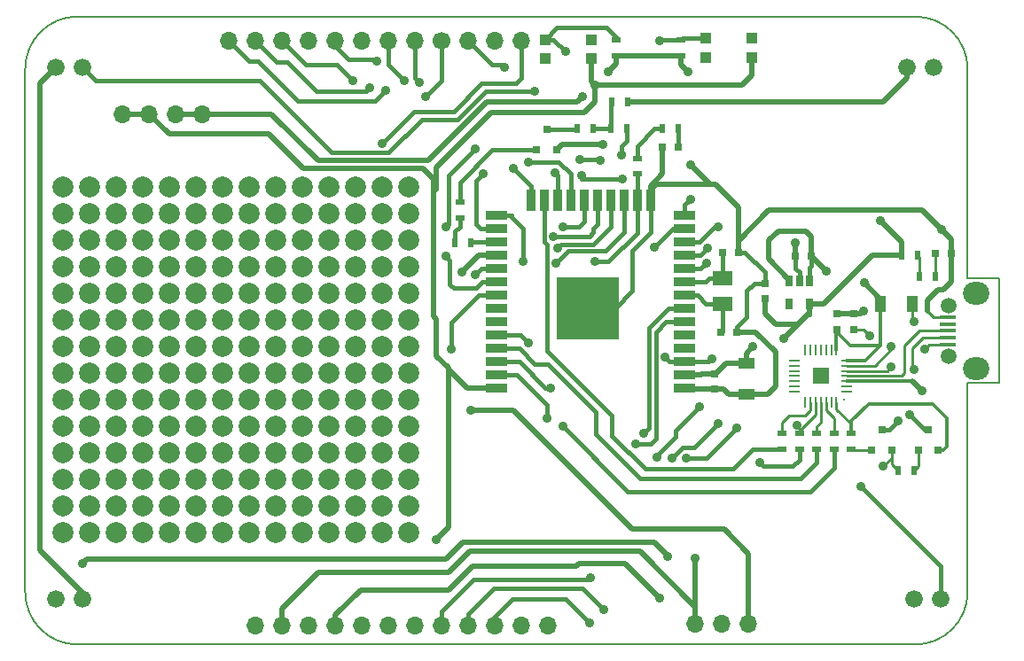
<source format=gbr>
G04 #@! TF.FileFunction,Copper,L1,Top,Signal*
%FSLAX46Y46*%
G04 Gerber Fmt 4.6, Leading zero omitted, Abs format (unit mm)*
G04 Created by KiCad (PCBNEW 4.0.7) date 09/21/17 19:05:52*
%MOMM*%
%LPD*%
G01*
G04 APERTURE LIST*
%ADD10C,0.100000*%
%ADD11C,0.150000*%
%ADD12O,1.700000X1.700000*%
%ADD13C,1.700000*%
%ADD14R,0.797560X0.797560*%
%ADD15R,1.600000X1.000000*%
%ADD16R,0.750000X0.800000*%
%ADD17R,0.800000X0.750000*%
%ADD18R,1.600000X0.400000*%
%ADD19C,1.500000*%
%ADD20O,2.500000X2.200000*%
%ADD21C,1.676400*%
%ADD22R,2.000000X0.900000*%
%ADD23R,0.900000X2.000000*%
%ADD24R,6.000000X6.000000*%
%ADD25R,0.900000X0.500000*%
%ADD26R,0.500000X0.900000*%
%ADD27R,1.000760X1.000760*%
%ADD28R,0.650000X1.060000*%
%ADD29R,1.900000X1.400000*%
%ADD30R,0.800100X0.800100*%
%ADD31C,2.000000*%
%ADD32R,1.000000X1.600000*%
%ADD33R,1.000760X0.231140*%
%ADD34R,0.231140X1.000760*%
%ADD35R,1.501140X1.501140*%
%ADD36C,0.299720*%
%ADD37C,0.910000*%
%ADD38C,0.508000*%
%ADD39C,0.381000*%
%ADD40C,0.250000*%
%ADD41C,0.304800*%
G04 APERTURE END LIST*
D10*
D11*
X65000000Y-112500000D02*
X65000000Y-82500000D01*
X155000000Y-77500000D02*
X155000000Y-87500000D01*
X65000000Y-122500000D02*
X65000000Y-112500000D01*
X65000000Y-72500000D02*
X65000000Y-82500000D01*
X158000000Y-102500000D02*
X155000000Y-102500000D01*
X158000000Y-92500000D02*
X158000000Y-102500000D01*
X155000000Y-92500000D02*
X158000000Y-92500000D01*
X150000000Y-67500000D02*
X70000000Y-67500000D01*
X155000000Y-77500000D02*
X155000000Y-72500000D01*
X155000000Y-122500000D02*
X155000000Y-102500000D01*
X70000000Y-127500000D02*
X150000000Y-127500000D01*
X155000000Y-72500000D02*
G75*
G03X150000000Y-67500000I-5000000J0D01*
G01*
X150000000Y-127500000D02*
G75*
G03X155000000Y-122500000I0J5000000D01*
G01*
X65000000Y-122500000D02*
G75*
G03X70000000Y-127500000I5000000J0D01*
G01*
X70000000Y-67500000D02*
G75*
G03X65000000Y-72500000I0J-5000000D01*
G01*
X155000000Y-92500000D02*
X155000000Y-87500000D01*
D12*
X79375000Y-76835000D03*
X81915000Y-76835000D03*
X86995000Y-125730000D03*
X89535000Y-125730000D03*
X74295000Y-76835000D03*
X76835000Y-76835000D03*
X92075000Y-125730000D03*
X94615000Y-125730000D03*
X99695000Y-69850000D03*
X102235000Y-69850000D03*
X97155000Y-69850000D03*
X94615000Y-69850000D03*
X92075000Y-69850000D03*
X89535000Y-69850000D03*
X86995000Y-69850000D03*
X84455000Y-69850000D03*
D13*
X104775000Y-69850000D03*
D12*
X112395000Y-69850000D03*
X109855000Y-69850000D03*
X107315000Y-69850000D03*
X102235000Y-125730000D03*
X99695000Y-125730000D03*
X97155000Y-125730000D03*
X109855000Y-125730000D03*
X107315000Y-125730000D03*
X104775000Y-125730000D03*
X114935000Y-125730000D03*
X112395000Y-125730000D03*
X129000000Y-125500000D03*
X131540000Y-125500000D03*
X134080000Y-125500000D03*
D14*
X125869700Y-80010000D03*
X127368300Y-80010000D03*
X153403300Y-90170000D03*
X151904700Y-90170000D03*
D15*
X133858000Y-100608000D03*
X133858000Y-103608000D03*
D16*
X130810000Y-101612000D03*
X130810000Y-103112000D03*
D17*
X140069000Y-90424000D03*
X138569000Y-90424000D03*
X131457000Y-97663000D03*
X132957000Y-97663000D03*
X131584000Y-90043000D03*
X133084000Y-90043000D03*
D16*
X135636000Y-94476000D03*
X135636000Y-92976000D03*
X144145000Y-97397000D03*
X144145000Y-95897000D03*
D18*
X153062000Y-98836000D03*
X153062000Y-98186000D03*
X153062000Y-97536000D03*
X153062000Y-96886000D03*
X153062000Y-96236000D03*
D19*
X153162000Y-99961000D03*
D20*
X155812000Y-101161000D03*
D19*
X153162000Y-95111000D03*
D20*
X155812000Y-93911000D03*
D21*
X67945000Y-72390000D03*
X70485000Y-72390000D03*
X70485000Y-123190000D03*
X67945000Y-123190000D03*
X151765000Y-72390000D03*
X149225000Y-72390000D03*
X149860000Y-123190000D03*
X152400000Y-123190000D03*
D22*
X127999000Y-103040000D03*
X127999000Y-101770000D03*
X127999000Y-100500000D03*
X127999000Y-99230000D03*
X127999000Y-97960000D03*
X127999000Y-96690000D03*
X127999000Y-95420000D03*
X127999000Y-94150000D03*
X127999000Y-92880000D03*
X127999000Y-91610000D03*
X127999000Y-90340000D03*
X127999000Y-89070000D03*
X127999000Y-87800000D03*
X127999000Y-86530000D03*
X109999000Y-103040000D03*
X109999000Y-86530000D03*
X109999000Y-87800000D03*
X109999000Y-89070000D03*
X109999000Y-90340000D03*
X109999000Y-91610000D03*
X109999000Y-92880000D03*
X109999000Y-94150000D03*
X109999000Y-95420000D03*
X109999000Y-96690000D03*
X109999000Y-97960000D03*
X109999000Y-99230000D03*
X109999000Y-100500000D03*
X109999000Y-101770000D03*
D23*
X124714000Y-85040000D03*
X123429000Y-85040000D03*
X122174000Y-85040000D03*
X120904000Y-85040000D03*
X119634000Y-85040000D03*
X118364000Y-85040000D03*
X117094000Y-85040000D03*
X115824000Y-85040000D03*
X114554000Y-85040000D03*
X113284000Y-85040000D03*
D24*
X118699000Y-95340000D03*
D25*
X127635000Y-71235000D03*
X127635000Y-69735000D03*
D26*
X127369000Y-78232000D03*
X125869000Y-78232000D03*
D25*
X123444000Y-82538000D03*
X123444000Y-81038000D03*
D26*
X150229000Y-90297000D03*
X148729000Y-90297000D03*
X151880000Y-92329000D03*
X150380000Y-92329000D03*
D25*
X121412000Y-71235000D03*
X121412000Y-69735000D03*
D26*
X107557000Y-89154000D03*
X106057000Y-89154000D03*
D25*
X106500000Y-86750000D03*
X106500000Y-85250000D03*
X143891000Y-108827000D03*
X143891000Y-107327000D03*
D26*
X149848000Y-110871000D03*
X148348000Y-110871000D03*
X121043000Y-75692000D03*
X122543000Y-75692000D03*
X120916000Y-78232000D03*
X122416000Y-78232000D03*
X117741000Y-78232000D03*
X119241000Y-78232000D03*
D27*
X130007000Y-69585000D03*
X134407000Y-71385000D03*
X130007000Y-71385000D03*
X134407000Y-69585000D03*
X114640000Y-69712000D03*
X119040000Y-71512000D03*
X114640000Y-71512000D03*
X119040000Y-69712000D03*
D28*
X139888000Y-92753000D03*
X138938000Y-92753000D03*
X137988000Y-92753000D03*
X137988000Y-94953000D03*
X139888000Y-94953000D03*
D29*
X131572000Y-94926000D03*
X131572000Y-92526000D03*
D30*
X113858000Y-80248760D03*
X115758000Y-80248760D03*
X114808000Y-78249780D03*
X145862000Y-108950760D03*
X147762000Y-108950760D03*
X146812000Y-106951780D03*
X150307000Y-108950760D03*
X152207000Y-108950760D03*
X151257000Y-106951780D03*
D31*
X68580000Y-83820000D03*
X68580000Y-86360000D03*
X68580000Y-88900000D03*
X68580000Y-91440000D03*
X68580000Y-93980000D03*
X68580000Y-96520000D03*
X68580000Y-99060000D03*
X68580000Y-101600000D03*
X68580000Y-104140000D03*
X68580000Y-106680000D03*
X68580000Y-109220000D03*
X68580000Y-111760000D03*
X68580000Y-114300000D03*
X68580000Y-116840000D03*
X71120000Y-83820000D03*
X71120000Y-86360000D03*
X71120000Y-88900000D03*
X71120000Y-91440000D03*
X71120000Y-93980000D03*
X71120000Y-96520000D03*
X71120000Y-99060000D03*
X71120000Y-101600000D03*
X71120000Y-104140000D03*
X71120000Y-106680000D03*
X71120000Y-109220000D03*
X71120000Y-111760000D03*
X71120000Y-114300000D03*
X71120000Y-116840000D03*
X73660000Y-83820000D03*
X73660000Y-86360000D03*
X73660000Y-88900000D03*
X73660000Y-91440000D03*
X73660000Y-93980000D03*
X73660000Y-96520000D03*
X73660000Y-99060000D03*
X73660000Y-101600000D03*
X73660000Y-104140000D03*
X73660000Y-106680000D03*
X73660000Y-109220000D03*
X73660000Y-111760000D03*
X73660000Y-114300000D03*
X73660000Y-116840000D03*
X78740000Y-83820000D03*
X78740000Y-86360000D03*
X78740000Y-88900000D03*
X78740000Y-91440000D03*
X78740000Y-93980000D03*
X78740000Y-96520000D03*
X78740000Y-99060000D03*
X78740000Y-101600000D03*
X78740000Y-104140000D03*
X78740000Y-106680000D03*
X78740000Y-109220000D03*
X78740000Y-111760000D03*
X78740000Y-114300000D03*
X78740000Y-116840000D03*
X96520000Y-83820000D03*
X96520000Y-86360000D03*
X96520000Y-88900000D03*
X96520000Y-91440000D03*
X96520000Y-93980000D03*
X96520000Y-96520000D03*
X96520000Y-99060000D03*
X96520000Y-101600000D03*
X96520000Y-104140000D03*
X96520000Y-106680000D03*
X96520000Y-109220000D03*
X96520000Y-111760000D03*
X96520000Y-114300000D03*
X96520000Y-116840000D03*
X99060000Y-83820000D03*
X99060000Y-86360000D03*
X99060000Y-88900000D03*
X99060000Y-91440000D03*
X99060000Y-93980000D03*
X99060000Y-96520000D03*
X99060000Y-99060000D03*
X99060000Y-101600000D03*
X99060000Y-104140000D03*
X99060000Y-106680000D03*
X99060000Y-109220000D03*
X99060000Y-111760000D03*
X99060000Y-114300000D03*
X99060000Y-116840000D03*
X101600000Y-83820000D03*
X101600000Y-86360000D03*
X101600000Y-88900000D03*
X101600000Y-91440000D03*
X101600000Y-93980000D03*
X101600000Y-96520000D03*
X101600000Y-99060000D03*
X101600000Y-101600000D03*
X101600000Y-104140000D03*
X101600000Y-106680000D03*
X101600000Y-109220000D03*
X101600000Y-111760000D03*
X101600000Y-114300000D03*
X101600000Y-116840000D03*
X88900000Y-83820000D03*
X88900000Y-86360000D03*
X88900000Y-88900000D03*
X88900000Y-91440000D03*
X88900000Y-93980000D03*
X88900000Y-96520000D03*
X88900000Y-99060000D03*
X88900000Y-101600000D03*
X88900000Y-104140000D03*
X88900000Y-106680000D03*
X88900000Y-109220000D03*
X88900000Y-111760000D03*
X88900000Y-114300000D03*
X88900000Y-116840000D03*
X91440000Y-83820000D03*
X91440000Y-86360000D03*
X91440000Y-88900000D03*
X91440000Y-91440000D03*
X91440000Y-93980000D03*
X91440000Y-96520000D03*
X91440000Y-99060000D03*
X91440000Y-101600000D03*
X91440000Y-104140000D03*
X91440000Y-106680000D03*
X91440000Y-109220000D03*
X91440000Y-111760000D03*
X91440000Y-114300000D03*
X91440000Y-116840000D03*
X76200000Y-83820000D03*
X76200000Y-86360000D03*
X76200000Y-88900000D03*
X76200000Y-91440000D03*
X76200000Y-93980000D03*
X76200000Y-96520000D03*
X76200000Y-99060000D03*
X76200000Y-101600000D03*
X76200000Y-104140000D03*
X76200000Y-106680000D03*
X76200000Y-109220000D03*
X76200000Y-111760000D03*
X76200000Y-114300000D03*
X76200000Y-116840000D03*
X93980000Y-83820000D03*
X93980000Y-86360000D03*
X93980000Y-88900000D03*
X93980000Y-91440000D03*
X93980000Y-93980000D03*
X93980000Y-96520000D03*
X93980000Y-99060000D03*
X93980000Y-101600000D03*
X93980000Y-104140000D03*
X93980000Y-106680000D03*
X93980000Y-109220000D03*
X93980000Y-111760000D03*
X93980000Y-114300000D03*
X93980000Y-116840000D03*
X81280000Y-83820000D03*
X81280000Y-86360000D03*
X81280000Y-88900000D03*
X81280000Y-91440000D03*
X81280000Y-93980000D03*
X81280000Y-96520000D03*
X81280000Y-99060000D03*
X81280000Y-101600000D03*
X81280000Y-104140000D03*
X81280000Y-106680000D03*
X81280000Y-109220000D03*
X81280000Y-111760000D03*
X81280000Y-114300000D03*
X81280000Y-116840000D03*
X83820000Y-83820000D03*
X83820000Y-86360000D03*
X83820000Y-88900000D03*
X83820000Y-91440000D03*
X83820000Y-93980000D03*
X83820000Y-96520000D03*
X83820000Y-99060000D03*
X83820000Y-101600000D03*
X83820000Y-104140000D03*
X83820000Y-106680000D03*
X83820000Y-109220000D03*
X83820000Y-111760000D03*
X83820000Y-114300000D03*
X83820000Y-116840000D03*
X86360000Y-83820000D03*
X86360000Y-86360000D03*
X86360000Y-88900000D03*
X86360000Y-91440000D03*
X86360000Y-93980000D03*
X86360000Y-96520000D03*
X86360000Y-99060000D03*
X86360000Y-101600000D03*
X86360000Y-104140000D03*
X86360000Y-106680000D03*
X86360000Y-109220000D03*
X86360000Y-111760000D03*
X86360000Y-114300000D03*
X86360000Y-116840000D03*
D16*
X142494000Y-95897000D03*
X142494000Y-97397000D03*
D32*
X146709000Y-94996000D03*
X149709000Y-94996000D03*
D25*
X137287000Y-108827000D03*
X137287000Y-107327000D03*
X138938000Y-108827000D03*
X138938000Y-107327000D03*
X140589000Y-108827000D03*
X140589000Y-107327000D03*
X142240000Y-108827000D03*
X142240000Y-107327000D03*
D33*
X143469360Y-100352860D03*
X143469360Y-100853240D03*
X143469360Y-101353620D03*
X143469360Y-101854000D03*
X143469360Y-102354380D03*
X143469360Y-102854760D03*
X143469360Y-103355140D03*
D34*
X142471140Y-104353360D03*
X141970760Y-104353360D03*
X141470380Y-104353360D03*
X140970000Y-104353360D03*
X140469620Y-104353360D03*
X139969240Y-104353360D03*
X139468860Y-104353360D03*
D33*
X138470640Y-103355140D03*
X138470640Y-102854760D03*
X138470640Y-102354380D03*
X138470640Y-101854000D03*
X138470640Y-101353620D03*
X138470640Y-100853240D03*
X138470640Y-100352860D03*
D34*
X139468860Y-99354640D03*
X139969240Y-99354640D03*
X140469620Y-99354640D03*
X140970000Y-99354640D03*
X141470380Y-99354640D03*
X141970760Y-99354640D03*
X142471140Y-99354640D03*
D35*
X140970000Y-101854000D03*
D36*
X143220440Y-104104440D03*
D37*
X120650000Y-72771000D03*
X118237000Y-75184000D03*
X134493000Y-99060000D03*
X137414000Y-98298000D03*
X128270000Y-72771000D03*
X146685000Y-86995000D03*
X125603000Y-123063000D03*
X104267000Y-117475000D03*
X120142000Y-79756000D03*
X128524000Y-81661000D03*
X152527000Y-87884000D03*
X138557000Y-89154000D03*
X145034000Y-95631000D03*
X150622000Y-103251000D03*
X119380000Y-74041000D03*
X129000000Y-119250000D03*
X141478000Y-91821000D03*
X145161000Y-92964000D03*
X150876000Y-99314000D03*
X149860000Y-96647000D03*
X149860000Y-101219000D03*
X147701000Y-100965000D03*
X121920000Y-80772000D03*
X144780000Y-112395000D03*
X70485000Y-119761000D03*
X126365000Y-119126000D03*
X126111000Y-100076000D03*
X130556000Y-100203000D03*
X148336000Y-106172000D03*
X125603000Y-69850000D03*
X112522000Y-90932000D03*
X116586000Y-70866000D03*
X149479000Y-105537000D03*
X107569000Y-105156000D03*
X106680000Y-91948000D03*
X116332000Y-106680000D03*
X113030000Y-98679000D03*
X119380000Y-90932000D03*
X135128000Y-110109000D03*
X138684000Y-106553000D03*
X146939000Y-110490000D03*
X113665000Y-74676000D03*
X147701000Y-99060000D03*
X145669000Y-98044000D03*
X123317000Y-108331000D03*
X124079000Y-107315000D03*
X118999000Y-121158000D03*
X125349000Y-109601000D03*
X129413000Y-104775000D03*
X130048000Y-91059000D03*
X130175000Y-89662000D03*
X120269000Y-124206000D03*
X126746000Y-109728000D03*
X131191000Y-106426000D03*
X131191000Y-87630000D03*
X118872000Y-125476000D03*
X128143000Y-109728000D03*
X132969000Y-106807000D03*
X118110000Y-82677000D03*
X122047000Y-83058000D03*
X125095000Y-89535000D03*
X128524000Y-84963000D03*
X119888000Y-81280000D03*
X110744000Y-72390000D03*
X117983000Y-81153000D03*
X108712000Y-82550000D03*
X101219000Y-73660000D03*
X103251000Y-75184000D03*
X107950000Y-80137000D03*
X105156000Y-87630000D03*
X107950000Y-92202000D03*
X105156000Y-90424000D03*
X99060000Y-79629000D03*
X105664000Y-99314000D03*
X102616000Y-73787000D03*
X111633000Y-82042000D03*
X115189000Y-102997000D03*
X114808000Y-105918000D03*
X115697000Y-91059000D03*
X96266000Y-73660000D03*
X115824000Y-89662000D03*
X97917000Y-74295000D03*
X115443000Y-88519000D03*
X116332000Y-87630000D03*
X99441000Y-74549000D03*
X113030000Y-81407000D03*
X115570000Y-82423000D03*
X98552000Y-71755000D03*
D38*
X130810000Y-101612000D02*
X129655000Y-101612000D01*
X129497000Y-101770000D02*
X127999000Y-101770000D01*
X129655000Y-101612000D02*
X129497000Y-101770000D01*
X81915000Y-76835000D02*
X79375000Y-76835000D01*
X115189000Y-75692000D02*
X109093000Y-75692000D01*
X121412000Y-72009000D02*
X120650000Y-72771000D01*
X118237000Y-75184000D02*
X117729000Y-75692000D01*
X117729000Y-75692000D02*
X115189000Y-75692000D01*
X121412000Y-71235000D02*
X121412000Y-72009000D01*
X88519000Y-76835000D02*
X81915000Y-76835000D01*
X92964000Y-81280000D02*
X88519000Y-76835000D01*
X103505000Y-81280000D02*
X92964000Y-81280000D01*
X109093000Y-75692000D02*
X103505000Y-81280000D01*
X131929000Y-100608000D02*
X133858000Y-100608000D01*
X130925000Y-101612000D02*
X131929000Y-100608000D01*
D39*
X130810000Y-101612000D02*
X130925000Y-101612000D01*
D38*
X139827000Y-95885000D02*
X138811000Y-96901000D01*
D39*
X139888000Y-95824000D02*
X139827000Y-95885000D01*
D38*
X138811000Y-96901000D02*
X136652000Y-96901000D01*
X136652000Y-96901000D02*
X135636000Y-95885000D01*
X135636000Y-95885000D02*
X135636000Y-94476000D01*
X139888000Y-94953000D02*
X139888000Y-95824000D01*
X145923000Y-90297000D02*
X148729000Y-90297000D01*
X141267000Y-94953000D02*
X145923000Y-90297000D01*
X139888000Y-94953000D02*
X141267000Y-94953000D01*
D39*
X139888000Y-95951000D02*
X139827000Y-96012000D01*
X139827000Y-96012000D02*
X139827000Y-95885000D01*
X139888000Y-95824000D02*
X139888000Y-95951000D01*
D38*
X133858000Y-99695000D02*
X134493000Y-99060000D01*
X137414000Y-98298000D02*
X139888000Y-95824000D01*
X133858000Y-100608000D02*
X133858000Y-99695000D01*
X121412000Y-71235000D02*
X127635000Y-71235000D01*
X127635000Y-72136000D02*
X128270000Y-72771000D01*
X146685000Y-86995000D02*
X148729000Y-89039000D01*
X148729000Y-89039000D02*
X148729000Y-90297000D01*
X127635000Y-71235000D02*
X127635000Y-72136000D01*
X108712000Y-120015000D02*
X117602000Y-120015000D01*
X117602000Y-120015000D02*
X117856000Y-119761000D01*
X104013000Y-84582000D02*
X104013000Y-83058000D01*
X104013000Y-83058000D02*
X103759000Y-82804000D01*
X104267000Y-99949000D02*
X104267000Y-96393000D01*
X104013000Y-84201000D02*
X104267000Y-83947000D01*
X104013000Y-96139000D02*
X104013000Y-84582000D01*
X104013000Y-84582000D02*
X104013000Y-84201000D01*
X104267000Y-96393000D02*
X104013000Y-96139000D01*
X130810000Y-103112000D02*
X128071000Y-103112000D01*
X128071000Y-103112000D02*
X127999000Y-103040000D01*
X120142000Y-79756000D02*
X116250760Y-79756000D01*
X116250760Y-79756000D02*
X115758000Y-80248760D01*
X119380000Y-74041000D02*
X119040000Y-73701000D01*
X125603000Y-123063000D02*
X122301000Y-119761000D01*
X122301000Y-119761000D02*
X117856000Y-119761000D01*
X94615000Y-124714000D02*
X94615000Y-125730000D01*
X97028000Y-122301000D02*
X94615000Y-124714000D01*
X105410000Y-122301000D02*
X97028000Y-122301000D01*
X107696000Y-120015000D02*
X105410000Y-122301000D01*
X108712000Y-120015000D02*
X107696000Y-120015000D01*
X105410000Y-110744000D02*
X105410000Y-116332000D01*
X105410000Y-101219000D02*
X105410000Y-110744000D01*
X105410000Y-116332000D02*
X104267000Y-117475000D01*
X76835000Y-76835000D02*
X74295000Y-76835000D01*
D39*
X104267000Y-83947000D02*
X104267000Y-83312000D01*
D38*
X104267000Y-83312000D02*
X103759000Y-82804000D01*
X103759000Y-82804000D02*
X102997000Y-82042000D01*
X78740000Y-78740000D02*
X76835000Y-76835000D01*
X88265000Y-78740000D02*
X78740000Y-78740000D01*
X91567000Y-82042000D02*
X88265000Y-78740000D01*
X102997000Y-82042000D02*
X91567000Y-82042000D01*
D39*
X130429000Y-83566000D02*
X130937000Y-83566000D01*
D38*
X128524000Y-81661000D02*
X130429000Y-83566000D01*
D39*
X124714000Y-85040000D02*
X124714000Y-88138000D01*
X122936000Y-93726000D02*
X121322000Y-95340000D01*
X122936000Y-89916000D02*
X122936000Y-93726000D01*
X124714000Y-88138000D02*
X122936000Y-89916000D01*
X121322000Y-95340000D02*
X118699000Y-95340000D01*
D38*
X119380000Y-74041000D02*
X119380000Y-75692000D01*
X105410000Y-101219000D02*
X105410000Y-101092000D01*
X105410000Y-101092000D02*
X104267000Y-99949000D01*
X104267000Y-81915000D02*
X105156000Y-81026000D01*
X104267000Y-83947000D02*
X104267000Y-81915000D01*
X119380000Y-75692000D02*
X118364000Y-76708000D01*
X118364000Y-76708000D02*
X109474000Y-76708000D01*
X109474000Y-76708000D02*
X105156000Y-81026000D01*
D39*
X118699000Y-92883000D02*
X118699000Y-95340000D01*
X118699000Y-95340000D02*
X118699000Y-95042000D01*
D38*
X153403300Y-92849700D02*
X153403300Y-90170000D01*
X152654000Y-93599000D02*
X153403300Y-92849700D01*
X152146000Y-93599000D02*
X152654000Y-93599000D01*
X151130000Y-94615000D02*
X152146000Y-93599000D01*
X151130000Y-95631000D02*
X151130000Y-94615000D01*
D40*
X151735000Y-96236000D02*
X151130000Y-95631000D01*
X153062000Y-96236000D02*
X151735000Y-96236000D01*
D39*
X129583000Y-103040000D02*
X129655000Y-103112000D01*
X129655000Y-103112000D02*
X130810000Y-103112000D01*
X127999000Y-103040000D02*
X129583000Y-103040000D01*
D38*
X131687000Y-103112000D02*
X132183000Y-103608000D01*
X132183000Y-103608000D02*
X133858000Y-103608000D01*
X130810000Y-103112000D02*
X131687000Y-103112000D01*
X142494000Y-95897000D02*
X144145000Y-95897000D01*
D39*
X138938000Y-91948000D02*
X138569000Y-91579000D01*
X138569000Y-91579000D02*
X138569000Y-90424000D01*
X138938000Y-92753000D02*
X138938000Y-91948000D01*
D38*
X152527000Y-87884000D02*
X153403300Y-88760300D01*
X153403300Y-88760300D02*
X153403300Y-90170000D01*
D39*
X138569000Y-89166000D02*
X138557000Y-89154000D01*
D38*
X138569000Y-90424000D02*
X138569000Y-89166000D01*
D39*
X133731000Y-90043000D02*
X133084000Y-90043000D01*
X135636000Y-91948000D02*
X133731000Y-90043000D01*
X135636000Y-92976000D02*
X135636000Y-91948000D01*
D38*
X133084000Y-88912000D02*
X136017000Y-85979000D01*
X136017000Y-85979000D02*
X150622000Y-85979000D01*
X150622000Y-85979000D02*
X152527000Y-87884000D01*
D39*
X133084000Y-90043000D02*
X133084000Y-88912000D01*
D38*
X133084000Y-85713000D02*
X130937000Y-83566000D01*
D39*
X126365000Y-83566000D02*
X126188000Y-83566000D01*
D38*
X130937000Y-83566000D02*
X126365000Y-83566000D01*
X133084000Y-90043000D02*
X133084000Y-85713000D01*
X144768000Y-95897000D02*
X145034000Y-95631000D01*
X144145000Y-95897000D02*
X144768000Y-95897000D01*
D41*
X143469360Y-102354380D02*
X149725380Y-102354380D01*
D38*
X149725380Y-102354380D02*
X150622000Y-103251000D01*
X135914000Y-103608000D02*
X136652000Y-102870000D01*
X136652000Y-102870000D02*
X136652000Y-99568000D01*
X136652000Y-99568000D02*
X134747000Y-97663000D01*
X134747000Y-97663000D02*
X132957000Y-97663000D01*
X133858000Y-103608000D02*
X135914000Y-103608000D01*
D39*
X132957000Y-97167000D02*
X133858000Y-96266000D01*
X133858000Y-96266000D02*
X133858000Y-93726000D01*
X133858000Y-93726000D02*
X134608000Y-92976000D01*
X134608000Y-92976000D02*
X135636000Y-92976000D01*
X132957000Y-97663000D02*
X132957000Y-97167000D01*
D38*
X125869700Y-82537300D02*
X124714000Y-83693000D01*
X124714000Y-83693000D02*
X124714000Y-85040000D01*
X125869700Y-80010000D02*
X125869700Y-82537300D01*
D39*
X124714000Y-84074000D02*
X124714000Y-85040000D01*
X125222000Y-83566000D02*
X124714000Y-84074000D01*
D38*
X126365000Y-83566000D02*
X125222000Y-83566000D01*
X119040000Y-73701000D02*
X119040000Y-71512000D01*
X133477000Y-74041000D02*
X134407000Y-73111000D01*
X119380000Y-74041000D02*
X133477000Y-74041000D01*
X134407000Y-73111000D02*
X134407000Y-71385000D01*
D39*
X121068000Y-95340000D02*
X118699000Y-95340000D01*
D38*
X107231000Y-103040000D02*
X105410000Y-101219000D01*
X109999000Y-103040000D02*
X107231000Y-103040000D01*
X89535000Y-125730000D02*
X89535000Y-124079000D01*
X129000000Y-123920000D02*
X129000000Y-125500000D01*
X123698000Y-118618000D02*
X129000000Y-123920000D01*
X107442000Y-118618000D02*
X123698000Y-118618000D01*
X105410000Y-120650000D02*
X107442000Y-118618000D01*
X92964000Y-120650000D02*
X105410000Y-120650000D01*
X89535000Y-124079000D02*
X92964000Y-120650000D01*
X129000000Y-119250000D02*
X129000000Y-125500000D01*
D41*
X145265140Y-100352860D02*
X146709000Y-98909000D01*
X146709000Y-98933000D02*
X146709000Y-94996000D01*
X146709000Y-98909000D02*
X146709000Y-98933000D01*
X143469360Y-100352860D02*
X145265140Y-100352860D01*
X142471140Y-97419860D02*
X142494000Y-97397000D01*
X142471140Y-99354640D02*
X142471140Y-97419860D01*
X143764000Y-98933000D02*
X146685000Y-98933000D01*
X146685000Y-98933000D02*
X146709000Y-98933000D01*
X142494000Y-97663000D02*
X143764000Y-98933000D01*
X142494000Y-97397000D02*
X142494000Y-97663000D01*
D39*
X140081000Y-90424000D02*
X140069000Y-90424000D01*
D38*
X141478000Y-91821000D02*
X140081000Y-90424000D01*
X146709000Y-94512000D02*
X145161000Y-92964000D01*
D39*
X146709000Y-94996000D02*
X146709000Y-94512000D01*
X139888000Y-91506000D02*
X140069000Y-91325000D01*
X140069000Y-91325000D02*
X140069000Y-90424000D01*
X139888000Y-92753000D02*
X139888000Y-91506000D01*
D38*
X140069000Y-88507000D02*
X140069000Y-90424000D01*
X139573000Y-88011000D02*
X140069000Y-88507000D01*
X136906000Y-88011000D02*
X139573000Y-88011000D01*
X136017000Y-88900000D02*
X136906000Y-88011000D01*
X136017000Y-90678000D02*
X136017000Y-88900000D01*
X137988000Y-92649000D02*
X136017000Y-90678000D01*
D39*
X137988000Y-92753000D02*
X137988000Y-92649000D01*
D38*
X66421000Y-118491000D02*
X66421000Y-73914000D01*
X66421000Y-73914000D02*
X67945000Y-72390000D01*
X70485000Y-122555000D02*
X66421000Y-118491000D01*
X70485000Y-123190000D02*
X70485000Y-122555000D01*
D39*
X129202000Y-94150000D02*
X129978000Y-94926000D01*
X129978000Y-94926000D02*
X131572000Y-94926000D01*
X127999000Y-94150000D02*
X129202000Y-94150000D01*
X131572000Y-97548000D02*
X131457000Y-97663000D01*
X131572000Y-94926000D02*
X131572000Y-97548000D01*
X130005000Y-92880000D02*
X130359000Y-92526000D01*
X130359000Y-92526000D02*
X131572000Y-92526000D01*
X127999000Y-92880000D02*
X130005000Y-92880000D01*
X131572000Y-90055000D02*
X131584000Y-90043000D01*
X131572000Y-92526000D02*
X131572000Y-90055000D01*
D40*
X151354000Y-98836000D02*
X150876000Y-99314000D01*
X149860000Y-96647000D02*
X149709000Y-96496000D01*
X149709000Y-96496000D02*
X149709000Y-94996000D01*
X153062000Y-98836000D02*
X151354000Y-98836000D01*
X150734000Y-98186000D02*
X149733000Y-99187000D01*
X149733000Y-99187000D02*
X149733000Y-101092000D01*
X149733000Y-101092000D02*
X149860000Y-101219000D01*
X147701000Y-100965000D02*
X147312380Y-101353620D01*
X147312380Y-101353620D02*
X143469360Y-101353620D01*
X153062000Y-98186000D02*
X150734000Y-98186000D01*
X150368000Y-97536000D02*
X148971000Y-98933000D01*
X148971000Y-98933000D02*
X148971000Y-101600000D01*
X148971000Y-101600000D02*
X148717000Y-101854000D01*
X148717000Y-101854000D02*
X143469360Y-101854000D01*
X153062000Y-97536000D02*
X150368000Y-97536000D01*
D39*
X144780000Y-112395000D02*
X152400000Y-120015000D01*
X152400000Y-123190000D02*
X152400000Y-120015000D01*
X121920000Y-80772000D02*
X121920000Y-79883000D01*
X122416000Y-79387000D02*
X122416000Y-78232000D01*
X121920000Y-79883000D02*
X122416000Y-79387000D01*
X121920000Y-80772000D02*
X122110500Y-80581500D01*
D38*
X126365000Y-119126000D02*
X126365000Y-118999000D01*
X106807000Y-117729000D02*
X105156000Y-119380000D01*
X125095000Y-117729000D02*
X106807000Y-117729000D01*
X126365000Y-118999000D02*
X125095000Y-117729000D01*
X70866000Y-119380000D02*
X70485000Y-119761000D01*
X105156000Y-119380000D02*
X70866000Y-119380000D01*
D39*
X127999000Y-100500000D02*
X126535000Y-100500000D01*
X126535000Y-100500000D02*
X126111000Y-100076000D01*
X130259000Y-100500000D02*
X127999000Y-100500000D01*
X130556000Y-100203000D02*
X130259000Y-100500000D01*
X147556220Y-106951780D02*
X148336000Y-106172000D01*
X146812000Y-106951780D02*
X147556220Y-106951780D01*
X127785000Y-69585000D02*
X127635000Y-69735000D01*
X130007000Y-69585000D02*
X127785000Y-69585000D01*
X125718000Y-69735000D02*
X125603000Y-69850000D01*
X127635000Y-69735000D02*
X125718000Y-69735000D01*
X109999000Y-86530000D02*
X111295000Y-86530000D01*
X112522000Y-87757000D02*
X112522000Y-90932000D01*
X111295000Y-86530000D02*
X112522000Y-87757000D01*
X116586000Y-70866000D02*
X115432000Y-69712000D01*
X115432000Y-69712000D02*
X114640000Y-69712000D01*
X150893780Y-106951780D02*
X149479000Y-105537000D01*
X111422000Y-86530000D02*
X109999000Y-86530000D01*
X151257000Y-106951780D02*
X150893780Y-106951780D01*
X115772000Y-68580000D02*
X114640000Y-69712000D01*
X121412000Y-69735000D02*
X121412000Y-69469000D01*
X121412000Y-69469000D02*
X120523000Y-68580000D01*
X120523000Y-68580000D02*
X115772000Y-68580000D01*
X107641000Y-89070000D02*
X107557000Y-89154000D01*
X109999000Y-89070000D02*
X107641000Y-89070000D01*
D38*
X107569000Y-105156000D02*
X111656000Y-105156000D01*
X134080000Y-118830000D02*
X134080000Y-125500000D01*
X131750000Y-116500000D02*
X134080000Y-118830000D01*
X123000000Y-116500000D02*
X131750000Y-116500000D01*
X111656000Y-105156000D02*
X123000000Y-116500000D01*
X106680000Y-91948000D02*
X108288000Y-90340000D01*
X108288000Y-90340000D02*
X109999000Y-90340000D01*
D39*
X142240000Y-110617000D02*
X139954000Y-112903000D01*
X139954000Y-112903000D02*
X122555000Y-112903000D01*
X122555000Y-112903000D02*
X116332000Y-106680000D01*
X113030000Y-98679000D02*
X112311000Y-97960000D01*
X112311000Y-97960000D02*
X109999000Y-97960000D01*
X142240000Y-108827000D02*
X142240000Y-110617000D01*
X109999000Y-99230000D02*
X112184000Y-99230000D01*
X119507000Y-105283000D02*
X119507000Y-107442000D01*
X114935000Y-100711000D02*
X119507000Y-105283000D01*
X113665000Y-100711000D02*
X114935000Y-100711000D01*
X112184000Y-99230000D02*
X113665000Y-100711000D01*
X140589000Y-110109000D02*
X139065000Y-111633000D01*
X139065000Y-111633000D02*
X123698000Y-111633000D01*
X123698000Y-111633000D02*
X119507000Y-107442000D01*
X140589000Y-108827000D02*
X140589000Y-110109000D01*
X111295000Y-99230000D02*
X109999000Y-99230000D01*
X123429000Y-85040000D02*
X123429000Y-88153000D01*
X120650000Y-90932000D02*
X119380000Y-90932000D01*
X123429000Y-88153000D02*
X120650000Y-90932000D01*
X138303000Y-110490000D02*
X135509000Y-110490000D01*
X138938000Y-108827000D02*
X138938000Y-109855000D01*
X138938000Y-109855000D02*
X138303000Y-110490000D01*
X135509000Y-110490000D02*
X135128000Y-110109000D01*
X123429000Y-82553000D02*
X123444000Y-82538000D01*
X123429000Y-85040000D02*
X123429000Y-82553000D01*
X121031000Y-107569000D02*
X121031000Y-105664000D01*
X114808000Y-99441000D02*
X114808000Y-98298000D01*
X121031000Y-105664000D02*
X114808000Y-99441000D01*
X135128000Y-108827000D02*
X134505000Y-108827000D01*
X124206000Y-110744000D02*
X121031000Y-107569000D01*
X132588000Y-110744000D02*
X124206000Y-110744000D01*
X134505000Y-108827000D02*
X132588000Y-110744000D01*
X114808000Y-98298000D02*
X114808000Y-89281000D01*
X114808000Y-89281000D02*
X114554000Y-89027000D01*
X114554000Y-89027000D02*
X114554000Y-85040000D01*
X137287000Y-108827000D02*
X135128000Y-108827000D01*
X106500000Y-83365000D02*
X109616240Y-80248760D01*
X109616240Y-80248760D02*
X113858000Y-80248760D01*
X106500000Y-85250000D02*
X106500000Y-83365000D01*
X117723220Y-78249780D02*
X117741000Y-78232000D01*
X114808000Y-78249780D02*
X117723220Y-78249780D01*
D40*
X144014760Y-108950760D02*
X143891000Y-108827000D01*
X145862000Y-108950760D02*
X144014760Y-108950760D01*
X140469620Y-105529380D02*
X138938000Y-107061000D01*
X138938000Y-107061000D02*
X138938000Y-107327000D01*
X140469620Y-104353360D02*
X140469620Y-105529380D01*
X147762000Y-110285000D02*
X148348000Y-110871000D01*
X147762000Y-108950760D02*
X147762000Y-110285000D01*
X138938000Y-106807000D02*
X138684000Y-106553000D01*
X146939000Y-110490000D02*
X147762000Y-109667000D01*
X147762000Y-109667000D02*
X147762000Y-108950760D01*
X138938000Y-107327000D02*
X138938000Y-106807000D01*
X150307000Y-110412000D02*
X149848000Y-110871000D01*
X150307000Y-108950760D02*
X150307000Y-110412000D01*
X142471140Y-105006140D02*
X143891000Y-106426000D01*
X143891000Y-106426000D02*
X143891000Y-107327000D01*
X142471140Y-104353360D02*
X142471140Y-105006140D01*
D41*
X143891000Y-106172000D02*
X145542000Y-104521000D01*
X145542000Y-104521000D02*
X151638000Y-104521000D01*
X151638000Y-104521000D02*
X153035000Y-105918000D01*
X153035000Y-105918000D02*
X153035000Y-108585000D01*
X153035000Y-108585000D02*
X152669240Y-108950760D01*
X152669240Y-108950760D02*
X152207000Y-108950760D01*
X143891000Y-107327000D02*
X143891000Y-106172000D01*
D39*
X127368300Y-78232700D02*
X127369000Y-78232000D01*
X127368300Y-80010000D02*
X127368300Y-78232700D01*
X123444000Y-79883000D02*
X125095000Y-78232000D01*
X125095000Y-78232000D02*
X125869000Y-78232000D01*
X123444000Y-81038000D02*
X123444000Y-79883000D01*
D40*
X150380000Y-90448000D02*
X150229000Y-90297000D01*
X150380000Y-92329000D02*
X150380000Y-90448000D01*
X151904700Y-92304300D02*
X151880000Y-92329000D01*
X151904700Y-90170000D02*
X151904700Y-92304300D01*
D39*
X106057000Y-87999000D02*
X106500000Y-87556000D01*
X106500000Y-87556000D02*
X106500000Y-86750000D01*
X106057000Y-89154000D02*
X106057000Y-87999000D01*
X119241000Y-78232000D02*
X120916000Y-78232000D01*
X120916000Y-75819000D02*
X121043000Y-75692000D01*
X120916000Y-78232000D02*
X120916000Y-75819000D01*
X113665000Y-74676000D02*
X108966000Y-74676000D01*
X87376000Y-73660000D02*
X84836000Y-73660000D01*
X94234000Y-80518000D02*
X87376000Y-73660000D01*
X99695000Y-80518000D02*
X94234000Y-80518000D01*
X102870000Y-77343000D02*
X99695000Y-80518000D01*
X106299000Y-77343000D02*
X102870000Y-77343000D01*
X108966000Y-74676000D02*
X106299000Y-77343000D01*
X71755000Y-73660000D02*
X70485000Y-72390000D01*
X84836000Y-73660000D02*
X71755000Y-73660000D01*
D38*
X146939000Y-75692000D02*
X149225000Y-73406000D01*
X149225000Y-73406000D02*
X149225000Y-72390000D01*
X122543000Y-75692000D02*
X146939000Y-75692000D01*
D40*
X146161760Y-100853240D02*
X147701000Y-99314000D01*
X147701000Y-99314000D02*
X147701000Y-99060000D01*
X145669000Y-98044000D02*
X145022000Y-97397000D01*
X145022000Y-97397000D02*
X144145000Y-97397000D01*
X143469360Y-100853240D02*
X146161760Y-100853240D01*
X139969240Y-105140760D02*
X139446000Y-105664000D01*
X139446000Y-105664000D02*
X137922000Y-105664000D01*
X137922000Y-105664000D02*
X137287000Y-106299000D01*
X137287000Y-106299000D02*
X137287000Y-107327000D01*
X139969240Y-104353360D02*
X139969240Y-105140760D01*
X140970000Y-106299000D02*
X140589000Y-106680000D01*
X140589000Y-106680000D02*
X140589000Y-107327000D01*
X140970000Y-104353360D02*
X140970000Y-106299000D01*
X141470380Y-105148380D02*
X142240000Y-105918000D01*
X142240000Y-105918000D02*
X142240000Y-107327000D01*
X141470380Y-104353360D02*
X141470380Y-105148380D01*
D39*
X125222000Y-107061000D02*
X125222000Y-107823000D01*
X124714000Y-108331000D02*
X123317000Y-108331000D01*
X125222000Y-107823000D02*
X124714000Y-108331000D01*
X127999000Y-96690000D02*
X126195000Y-96690000D01*
X125222000Y-97663000D02*
X125222000Y-107061000D01*
X125222000Y-107061000D02*
X125222000Y-107188000D01*
X126195000Y-96690000D02*
X125222000Y-97663000D01*
X127999000Y-95420000D02*
X126449000Y-95420000D01*
X124587000Y-106807000D02*
X124079000Y-107315000D01*
X124587000Y-97282000D02*
X124587000Y-106807000D01*
X126449000Y-95420000D02*
X124587000Y-97282000D01*
X127999000Y-91610000D02*
X129497000Y-91610000D01*
X104775000Y-124333000D02*
X104775000Y-125730000D01*
X107823000Y-121285000D02*
X104775000Y-124333000D01*
X118872000Y-121285000D02*
X107823000Y-121285000D01*
X118999000Y-121158000D02*
X118872000Y-121285000D01*
X125349000Y-109474000D02*
X125349000Y-109601000D01*
X127127000Y-107696000D02*
X125349000Y-109474000D01*
X127127000Y-107061000D02*
X127127000Y-107696000D01*
X129413000Y-104775000D02*
X127127000Y-107061000D01*
X129497000Y-91610000D02*
X130048000Y-91059000D01*
X127999000Y-90340000D02*
X129497000Y-90340000D01*
X129497000Y-90340000D02*
X130175000Y-89662000D01*
X107315000Y-124587000D02*
X107315000Y-125730000D01*
X109728000Y-122174000D02*
X107315000Y-124587000D01*
X118237000Y-122174000D02*
X109728000Y-122174000D01*
X120269000Y-124206000D02*
X118237000Y-122174000D01*
X127762000Y-108712000D02*
X126746000Y-109728000D01*
X128905000Y-108712000D02*
X127762000Y-108712000D01*
X131191000Y-106426000D02*
X128905000Y-108712000D01*
X127999000Y-89070000D02*
X129370000Y-89070000D01*
X130810000Y-87630000D02*
X131191000Y-87630000D01*
X129370000Y-89070000D02*
X130810000Y-87630000D01*
X109855000Y-124841000D02*
X109855000Y-125730000D01*
X111506000Y-123190000D02*
X109855000Y-124841000D01*
X116586000Y-123190000D02*
X111506000Y-123190000D01*
X118872000Y-125476000D02*
X116586000Y-123190000D01*
X130048000Y-109728000D02*
X128143000Y-109728000D01*
X132969000Y-106807000D02*
X130048000Y-109728000D01*
X127999000Y-87800000D02*
X126830000Y-87800000D01*
X118110000Y-83058000D02*
X118110000Y-82677000D01*
X122047000Y-83058000D02*
X118110000Y-83058000D01*
X126830000Y-87800000D02*
X125095000Y-89535000D01*
X119380000Y-81153000D02*
X117983000Y-81153000D01*
X127999000Y-85488000D02*
X128524000Y-84963000D01*
X119888000Y-81280000D02*
X119761000Y-81153000D01*
X119761000Y-81153000D02*
X119380000Y-81153000D01*
X127999000Y-86530000D02*
X127999000Y-85488000D01*
X109601000Y-72136000D02*
X107315000Y-69850000D01*
X110490000Y-72136000D02*
X109601000Y-72136000D01*
X110744000Y-72390000D02*
X110490000Y-72136000D01*
X108501000Y-87800000D02*
X108077000Y-87376000D01*
X108077000Y-87376000D02*
X108077000Y-83185000D01*
X108077000Y-83185000D02*
X108712000Y-82550000D01*
X109999000Y-87800000D02*
X108501000Y-87800000D01*
X99695000Y-72136000D02*
X99695000Y-69850000D01*
X101219000Y-73660000D02*
X99695000Y-72136000D01*
X109999000Y-91610000D02*
X108542000Y-91610000D01*
X104775000Y-73660000D02*
X104775000Y-69850000D01*
X103251000Y-75184000D02*
X104775000Y-73660000D01*
X105410000Y-82677000D02*
X107950000Y-80137000D01*
X105410000Y-87376000D02*
X105410000Y-82677000D01*
X105156000Y-87630000D02*
X105410000Y-87376000D01*
X108542000Y-91610000D02*
X107950000Y-92202000D01*
X105537000Y-90805000D02*
X105156000Y-90424000D01*
X108585000Y-73914000D02*
X111887000Y-73914000D01*
X111887000Y-73914000D02*
X112395000Y-73406000D01*
X112395000Y-69850000D02*
X112395000Y-73406000D01*
X108669000Y-92880000D02*
X109999000Y-92880000D01*
X105918000Y-93472000D02*
X105537000Y-93091000D01*
X108077000Y-93472000D02*
X105918000Y-93472000D01*
X108669000Y-92880000D02*
X108077000Y-93472000D01*
X105537000Y-93091000D02*
X105537000Y-90805000D01*
X105918000Y-76581000D02*
X108585000Y-73914000D01*
X102108000Y-76581000D02*
X105918000Y-76581000D01*
X99060000Y-79629000D02*
X102108000Y-76581000D01*
X109999000Y-94150000D02*
X108288000Y-94150000D01*
X105664000Y-96774000D02*
X105664000Y-99314000D01*
X108288000Y-94150000D02*
X105664000Y-96774000D01*
X113284000Y-85040000D02*
X113284000Y-83693000D01*
X102235000Y-73406000D02*
X102235000Y-69850000D01*
X102616000Y-73787000D02*
X102235000Y-73406000D01*
X113284000Y-83693000D02*
X111633000Y-82042000D01*
X109999000Y-100500000D02*
X112184000Y-100500000D01*
X114681000Y-102997000D02*
X115189000Y-102997000D01*
X112184000Y-100500000D02*
X114681000Y-102997000D01*
X109999000Y-101770000D02*
X111930000Y-101770000D01*
X114808000Y-104648000D02*
X114808000Y-105918000D01*
X111930000Y-101770000D02*
X114808000Y-104648000D01*
X120650000Y-89662000D02*
X120396000Y-89916000D01*
X122174000Y-85040000D02*
X122174000Y-88138000D01*
X122174000Y-88138000D02*
X120650000Y-89662000D01*
X116840000Y-89916000D02*
X115697000Y-91059000D01*
X120396000Y-89916000D02*
X116840000Y-89916000D01*
X119761000Y-88773000D02*
X119253000Y-89281000D01*
X120904000Y-87630000D02*
X119761000Y-88773000D01*
X96266000Y-73660000D02*
X94742000Y-72136000D01*
X94742000Y-72136000D02*
X91821000Y-72136000D01*
X89535000Y-69850000D02*
X91821000Y-72136000D01*
X120904000Y-87630000D02*
X120904000Y-85040000D01*
X116205000Y-89281000D02*
X115824000Y-89662000D01*
X119253000Y-89281000D02*
X116205000Y-89281000D01*
X119253000Y-87757000D02*
X119253000Y-88138000D01*
X119634000Y-87376000D02*
X119253000Y-87757000D01*
X97917000Y-74295000D02*
X97536000Y-74676000D01*
X97536000Y-74676000D02*
X92837000Y-74676000D01*
X92837000Y-74676000D02*
X90043000Y-71882000D01*
X90043000Y-71882000D02*
X89027000Y-71882000D01*
X86995000Y-69850000D02*
X89027000Y-71882000D01*
X119634000Y-87376000D02*
X119634000Y-85040000D01*
X118872000Y-88519000D02*
X115443000Y-88519000D01*
X119253000Y-88138000D02*
X118872000Y-88519000D01*
X118364000Y-87122000D02*
X117856000Y-87630000D01*
X117856000Y-87630000D02*
X116332000Y-87630000D01*
X118364000Y-85040000D02*
X118364000Y-87122000D01*
X86360000Y-71755000D02*
X84455000Y-69850000D01*
X87249000Y-71755000D02*
X86360000Y-71755000D01*
X91059000Y-75565000D02*
X87249000Y-71755000D01*
X98425000Y-75565000D02*
X91059000Y-75565000D01*
X99441000Y-74549000D02*
X98425000Y-75565000D01*
X117094000Y-85040000D02*
X117094000Y-82550000D01*
X115951000Y-81407000D02*
X113030000Y-81407000D01*
X117094000Y-82550000D02*
X115951000Y-81407000D01*
X115824000Y-82677000D02*
X115570000Y-82423000D01*
X94615000Y-70358000D02*
X95885000Y-71628000D01*
X115824000Y-82677000D02*
X115824000Y-85040000D01*
X98425000Y-71628000D02*
X95885000Y-71628000D01*
X98552000Y-71755000D02*
X98425000Y-71628000D01*
X94615000Y-70358000D02*
X94615000Y-69850000D01*
M02*

</source>
